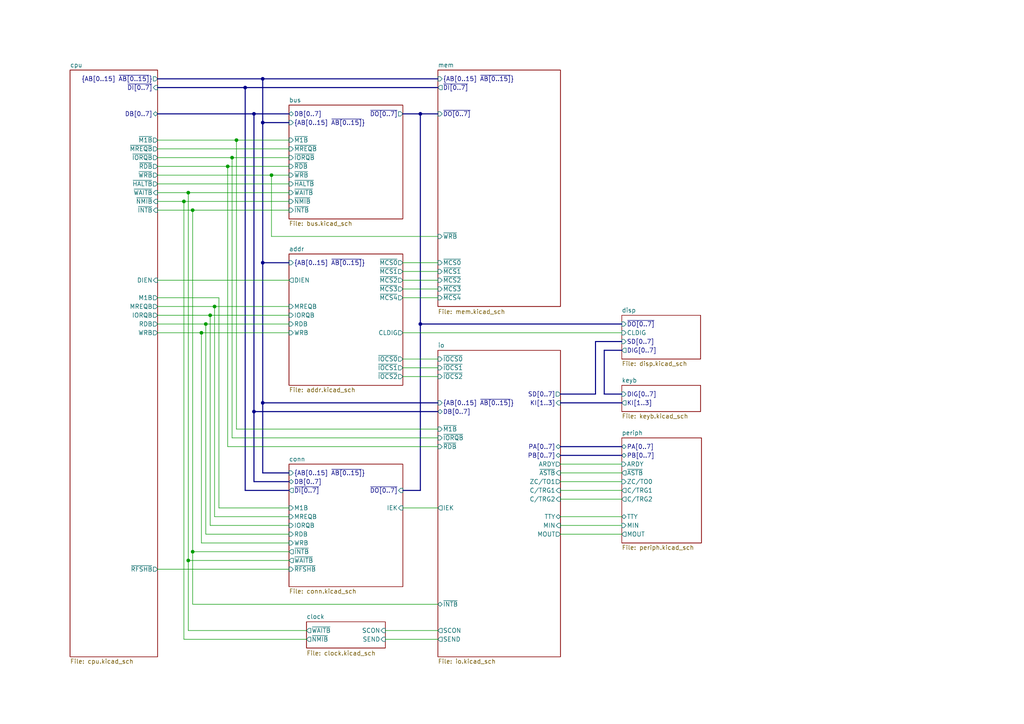
<source format=kicad_sch>
(kicad_sch (version 20230121) (generator eeschema)
  (paper "A4")
  (lib_symbols)
  (junction (at 54.61 162.56))
  (junction (at 60.96 91.44))
  (junction (at 62.23 88.9))
  (junction (at 55.88 160.02))
  (junction (at 73.66 33.02))
  (junction (at 53.34 58.42))
  (junction (at 54.61 55.88))
  (junction (at 66.04 48.26))
  (junction (at 121.92 93.98))
  (junction (at 78.74 50.8))
  (junction (at 76.2 35.56))
  (junction (at 73.66 119.38))
  (junction (at 71.12 25.4))
  (junction (at 76.2 76.2))
  (junction (at 76.2 22.86))
  (junction (at 76.2 116.84))
  (junction (at 67.31 45.72))
  (junction (at 59.69 93.98))
  (junction (at 68.58 40.64))
  (junction (at 55.88 60.96))
  (junction (at 121.92 33.02))
  (junction (at 58.42 96.52))
  (wire (pts (xy 45.72 86.36) (xy 63.5 86.36)))
  (bus (pts (xy 76.2 35.56) (xy 83.82 35.56)))
  (wire (pts (xy 67.31 45.72) (xy 83.82 45.72)))
  (wire (pts (xy 58.42 96.52) (xy 83.82 96.52)))
  (bus (pts (xy 76.2 76.2) (xy 76.2 116.84)))
  (wire (pts (xy 45.72 40.64) (xy 68.58 40.64)))
  (bus (pts (xy 73.66 139.7) (xy 83.82 139.7)))
  (wire (pts (xy 60.96 152.4) (xy 83.82 152.4)))
  (wire (pts (xy 45.72 58.42) (xy 53.34 58.42)))
  (wire (pts (xy 55.88 160.02) (xy 55.88 175.26)))
  (wire (pts (xy 59.69 93.98) (xy 83.82 93.98)))
  (bus (pts (xy 180.34 101.6) (xy 175.26 101.6)))
  (bus (pts (xy 73.66 33.02) (xy 83.82 33.02)))
  (bus (pts (xy 121.92 33.02) (xy 121.92 93.98)))
  (bus (pts (xy 76.2 22.86) (xy 76.2 35.56)))
  (wire (pts (xy 60.96 91.44) (xy 60.96 152.4)))
  (wire (pts (xy 116.84 109.22) (xy 127 109.22)))
  (wire (pts (xy 68.58 40.64) (xy 83.82 40.64)))
  (wire (pts (xy 162.56 144.78) (xy 180.34 144.78)))
  (bus (pts (xy 162.56 129.54) (xy 180.34 129.54)))
  (wire (pts (xy 78.74 50.8) (xy 78.74 68.58)))
  (wire (pts (xy 45.72 55.88) (xy 54.61 55.88)))
  (wire (pts (xy 45.72 60.96) (xy 55.88 60.96)))
  (wire (pts (xy 60.96 91.44) (xy 83.82 91.44)))
  (bus (pts (xy 162.56 132.08) (xy 180.34 132.08)))
  (wire (pts (xy 45.72 50.8) (xy 78.74 50.8)))
  (wire (pts (xy 53.34 58.42) (xy 53.34 185.42)))
  (wire (pts (xy 45.72 91.44) (xy 60.96 91.44)))
  (wire (pts (xy 162.56 137.16) (xy 180.34 137.16)))
  (wire (pts (xy 45.72 81.28) (xy 83.82 81.28)))
  (wire (pts (xy 62.23 88.9) (xy 62.23 149.86)))
  (wire (pts (xy 116.84 147.32) (xy 127 147.32)))
  (wire (pts (xy 45.72 43.18) (xy 83.82 43.18)))
  (wire (pts (xy 55.88 175.26) (xy 127 175.26)))
  (wire (pts (xy 59.69 93.98) (xy 59.69 154.94)))
  (bus (pts (xy 45.72 25.4) (xy 71.12 25.4)))
  (bus (pts (xy 76.2 116.84) (xy 127 116.84)))
  (wire (pts (xy 162.56 149.86) (xy 180.34 149.86)))
  (wire (pts (xy 116.84 86.36) (xy 127 86.36)))
  (bus (pts (xy 116.84 33.02) (xy 121.92 33.02)))
  (wire (pts (xy 58.42 157.48) (xy 83.82 157.48)))
  (wire (pts (xy 53.34 185.42) (xy 88.9 185.42)))
  (wire (pts (xy 116.84 83.82) (xy 127 83.82)))
  (wire (pts (xy 66.04 129.54) (xy 66.04 48.26)))
  (wire (pts (xy 58.42 96.52) (xy 58.42 157.48)))
  (bus (pts (xy 76.2 22.86) (xy 127 22.86)))
  (wire (pts (xy 55.88 60.96) (xy 83.82 60.96)))
  (wire (pts (xy 54.61 162.56) (xy 83.82 162.56)))
  (bus (pts (xy 71.12 25.4) (xy 71.12 142.24)))
  (wire (pts (xy 116.84 76.2) (xy 127 76.2)))
  (wire (pts (xy 162.56 139.7) (xy 180.34 139.7)))
  (wire (pts (xy 62.23 88.9) (xy 83.82 88.9)))
  (bus (pts (xy 175.26 114.3) (xy 180.34 114.3)))
  (wire (pts (xy 45.72 53.34) (xy 83.82 53.34)))
  (bus (pts (xy 73.66 33.02) (xy 73.66 119.38)))
  (bus (pts (xy 73.66 119.38) (xy 73.66 139.7)))
  (wire (pts (xy 83.82 160.02) (xy 55.88 160.02)))
  (wire (pts (xy 67.31 127) (xy 67.31 45.72)))
  (wire (pts (xy 116.84 96.52) (xy 180.34 96.52)))
  (wire (pts (xy 162.56 142.24) (xy 180.34 142.24)))
  (bus (pts (xy 172.72 99.06) (xy 180.34 99.06)))
  (wire (pts (xy 45.72 45.72) (xy 67.31 45.72)))
  (wire (pts (xy 53.34 58.42) (xy 83.82 58.42)))
  (wire (pts (xy 63.5 86.36) (xy 63.5 147.32)))
  (bus (pts (xy 116.84 142.24) (xy 121.92 142.24)))
  (bus (pts (xy 45.72 22.86) (xy 76.2 22.86)))
  (bus (pts (xy 45.72 33.02) (xy 73.66 33.02)))
  (wire (pts (xy 45.72 165.1) (xy 83.82 165.1)))
  (wire (pts (xy 111.76 182.88) (xy 127 182.88)))
  (bus (pts (xy 121.92 142.24) (xy 121.92 93.98)))
  (wire (pts (xy 111.76 185.42) (xy 127 185.42)))
  (wire (pts (xy 116.84 78.74) (xy 127 78.74)))
  (bus (pts (xy 121.92 93.98) (xy 180.34 93.98)))
  (bus (pts (xy 76.2 35.56) (xy 76.2 76.2)))
  (wire (pts (xy 127 127) (xy 67.31 127)))
  (wire (pts (xy 162.56 134.62) (xy 180.34 134.62)))
  (wire (pts (xy 59.69 154.94) (xy 83.82 154.94)))
  (wire (pts (xy 68.58 124.46) (xy 68.58 40.64)))
  (bus (pts (xy 71.12 142.24) (xy 83.82 142.24)))
  (bus (pts (xy 162.56 116.84) (xy 180.34 116.84)))
  (wire (pts (xy 45.72 88.9) (xy 62.23 88.9)))
  (bus (pts (xy 76.2 76.2) (xy 83.82 76.2)))
  (wire (pts (xy 45.72 48.26) (xy 66.04 48.26)))
  (wire (pts (xy 78.74 50.8) (xy 83.82 50.8)))
  (wire (pts (xy 45.72 93.98) (xy 59.69 93.98)))
  (wire (pts (xy 45.72 96.52) (xy 58.42 96.52)))
  (bus (pts (xy 76.2 137.16) (xy 83.82 137.16)))
  (wire (pts (xy 62.23 149.86) (xy 83.82 149.86)))
  (bus (pts (xy 121.92 33.02) (xy 127 33.02)))
  (bus (pts (xy 175.26 101.6) (xy 175.26 114.3)))
  (bus (pts (xy 71.12 25.4) (xy 127 25.4)))
  (wire (pts (xy 54.61 55.88) (xy 54.61 162.56)))
  (wire (pts (xy 127 129.54) (xy 66.04 129.54)))
  (bus (pts (xy 162.56 114.3) (xy 172.72 114.3)))
  (wire (pts (xy 54.61 182.88) (xy 88.9 182.88)))
  (bus (pts (xy 76.2 116.84) (xy 76.2 137.16)))
  (wire (pts (xy 66.04 48.26) (xy 83.82 48.26)))
  (wire (pts (xy 116.84 81.28) (xy 127 81.28)))
  (wire (pts (xy 116.84 106.68) (xy 127 106.68)))
  (wire (pts (xy 54.61 182.88) (xy 54.61 162.56)))
  (wire (pts (xy 54.61 55.88) (xy 83.82 55.88)))
  (wire (pts (xy 63.5 147.32) (xy 83.82 147.32)))
  (wire (pts (xy 78.74 68.58) (xy 127 68.58)))
  (wire (pts (xy 55.88 60.96) (xy 55.88 160.02)))
  (wire (pts (xy 162.56 154.94) (xy 180.34 154.94)))
  (wire (pts (xy 162.56 152.4) (xy 180.34 152.4)))
  (bus (pts (xy 172.72 114.3) (xy 172.72 99.06)))
  (wire (pts (xy 116.84 104.14) (xy 127 104.14)))
  (bus (pts (xy 73.66 119.38) (xy 127 119.38)))
  (wire (pts (xy 127 124.46) (xy 68.58 124.46)))
  (sheet (at 127 20.32) (size 35.56 68.58) (stroke (width 0.1524))
    (property "Sheetname" "mem" (at 127 19.6084 0) (effects (justify left bottom)))
    (property "Sheetfile" "mem.kicad_sch" (at 127 89.662 0) (effects (justify left top)))
    (pin "~{MCS2}" input (at 127 81.28 180))
    (pin "~{MCS1}" input (at 127 78.74 180))
    (pin "~{MCS0}" input (at 127 76.2 180))
    (pin "{AB[0..15] ~{AB[0..15]}}" input (at 127 22.86 180))
    (pin "~{MCS3}" input (at 127 83.82 180))
    (pin "~{WRB}" input (at 127 68.58 180))
    (pin "~{MCS4}" input (at 127 86.36 180))
    (pin "~{DO[0..7]}" input (at 127 33.02 180))
    (pin "~{DI[0..7]}" output (at 127 25.4 180))
  )
  (sheet (at 83.82 134.62) (size 33.02 35.56) (stroke (width 0.1524))
    (property "Sheetname" "conn" (at 83.82 133.9084 0) (effects (justify left bottom)))
    (property "Sheetfile" "conn.kicad_sch" (at 83.82 170.7646 0) (effects (justify left top)))
    (pin "~{INTB}" output (at 83.82 160.02 180))
    (pin "MREQB" input (at 83.82 149.86 180))
    (pin "IORQB" input (at 83.82 152.4 180))
    (pin "~{RFSHB}" input (at 83.82 165.1 180))
    (pin "~{DO[0..7]}" input (at 116.84 142.24 0))
    (pin "{AB[0..15] ~{AB[0..15]}}" input (at 83.82 137.16 180))
    (pin "~{DI[0..7]}" output (at 83.82 142.24 180))
    (pin "DB[0..7]" bidirectional (at 83.82 139.7 180))
    (pin "~{WAITB}" output (at 83.82 162.56 180))
    (pin "IEK" input (at 116.84 147.32 0))
    (pin "RDB" input (at 83.82 154.94 180))
    (pin "WRB" input (at 83.82 157.48 180))
    (pin "M1B" input (at 83.82 147.32 180))
  )
  (sheet (at 180.34 111.76) (size 22.86 7.62) (stroke (width 0.1524))
    (property "Sheetname" "keyb" (at 180.34 111.0484 0) (effects (justify left bottom)))
    (property "Sheetfile" "keyb.kicad_sch" (at 180.34 119.9646 0) (effects (justify left top)))
    (pin "KI[1..3]" output (at 180.34 116.84 180))
    (pin "DIG[0..7]" input (at 180.34 114.3 180))
  )
  (sheet (at 20.32 20.32) (size 25.4 170.18) (stroke (width 0.1524))
    (property "Sheetname" "cpu" (at 20.32 19.6084 0) (effects (justify left bottom)))
    (property "Sheetfile" "cpu.kicad_sch" (at 20.32 191.0846 0) (effects (justify left top)))
    (pin "~{INTB}" input (at 45.72 60.96 0))
    (pin "~{WAITB}" input (at 45.72 55.88 0))
    (pin "~{NMIB}" input (at 45.72 58.42 0))
    (pin "~{RFSHB}" output (at 45.72 165.1 0))
    (pin "MREQB" output (at 45.72 88.9 0))
    (pin "~{IORQB}" output (at 45.72 45.72 0))
    (pin "IORQB" output (at 45.72 91.44 0))
    (pin "RDB" output (at 45.72 93.98 0))
    (pin "~{RDB}" output (at 45.72 48.26 0))
    (pin "~{WRB}" output (at 45.72 50.8 0))
    (pin "~{HALTB}" output (at 45.72 53.34 0))
    (pin "WRB" output (at 45.72 96.52 0))
    (pin "{AB[0..15] ~{AB[0..15]}}" output (at 45.72 22.86 0))
    (pin "~{MREQB}" output (at 45.72 43.18 0))
    (pin "M1B" output (at 45.72 86.36 0))
    (pin "~{M1B}" output (at 45.72 40.64 0))
    (pin "~{DI[0..7]}" input (at 45.72 25.4 0))
    (pin "DIEN" input (at 45.72 81.28 0))
    (pin "DB[0..7]" bidirectional (at 45.72 33.02 0))
  )
  (sheet (at 83.82 30.48) (size 33.02 33.02) (stroke (width 0.1524))
    (property "Sheetname" "bus" (at 83.82 29.7684 0) (effects (justify left bottom)))
    (property "Sheetfile" "bus.kicad_sch" (at 83.82 64.0846 0) (effects (justify left top)))
    (pin "~{INTB}" input (at 83.82 60.96 180))
    (pin "~{HALTB}" input (at 83.82 53.34 180))
    (pin "~{WAITB}" input (at 83.82 55.88 180))
    (pin "~{NMIB}" input (at 83.82 58.42 180))
    (pin "{AB[0..15] ~{AB[0..15]}}" input (at 83.82 35.56 180))
    (pin "DB[0..7]" bidirectional (at 83.82 33.02 180))
    (pin "~{M1B}" input (at 83.82 40.64 180))
    (pin "~{IORQB}" input (at 83.82 45.72 180))
    (pin "~{MREQB}" input (at 83.82 43.18 180))
    (pin "~{WRB}" input (at 83.82 50.8 180))
    (pin "~{RDB}" input (at 83.82 48.26 180))
    (pin "~{DO[0..7]}" output (at 116.84 33.02 0))
  )
  (sheet (at 83.82 73.66) (size 33.02 38.1) (stroke (width 0.1524))
    (property "Sheetname" "addr" (at 83.82 72.9484 0) (effects (justify left bottom)))
    (property "Sheetfile" "addr.kicad_sch" (at 83.82 112.3446 0) (effects (justify left top)))
    (pin "{AB[0..15] ~{AB[0..15]}}" input (at 83.82 76.2 180))
    (pin "RDB" input (at 83.82 93.98 180))
    (pin "MREQB" input (at 83.82 88.9 180))
    (pin "DIEN" output (at 83.82 81.28 180))
    (pin "CLDIG" output (at 116.84 96.52 0))
    (pin "IORQB" input (at 83.82 91.44 180))
    (pin "WRB" input (at 83.82 96.52 180))
    (pin "~{IOCS2}" output (at 116.84 109.22 0))
    (pin "~{IOCS1}" output (at 116.84 106.68 0))
    (pin "~{IOCS0}" output (at 116.84 104.14 0))
    (pin "~{MCS0}" output (at 116.84 76.2 0))
    (pin "~{MCS1}" output (at 116.84 78.74 0))
    (pin "~{MCS2}" output (at 116.84 81.28 0))
    (pin "~{MCS3}" output (at 116.84 83.82 0))
    (pin "~{MCS4}" output (at 116.84 86.36 0))
  )
  (sheet (at 88.9 180.34) (size 22.86 7.62) (stroke (width 0.1524))
    (property "Sheetname" "clock" (at 88.9 179.578 0) (effects (justify left bottom)))
    (property "Sheetfile" "clock.kicad_sch" (at 88.9 188.722 0) (effects (justify left top)))
    (pin "~{WAITB}" output (at 88.9 182.88 180))
    (pin "~{NMIB}" output (at 88.9 185.42 180))
    (pin "SCON" input (at 111.76 182.88 0))
    (pin "SEND" input (at 111.76 185.42 0))
  )
  (sheet (at 180.34 91.44) (size 22.86 12.7) (stroke (width 0.1524))
    (property "Sheetname" "disp" (at 180.34 90.7284 0) (effects (justify left bottom)))
    (property "Sheetfile" "disp.kicad_sch" (at 180.34 104.7246 0) (effects (justify left top)))
    (pin "~{DO[0..7]}" input (at 180.34 93.98 180))
    (pin "CLDIG" input (at 180.34 96.52 180))
    (pin "DIG[0..7]" output (at 180.34 101.6 180))
    (pin "SD[0..7]" input (at 180.34 99.06 180))
  )
  (sheet (at 127 101.6) (size 35.56 88.9) (stroke (width 0.1524))
    (property "Sheetname" "io" (at 127 100.8884 0) (effects (justify left bottom)))
    (property "Sheetfile" "io.kicad_sch" (at 127 191.0846 0) (effects (justify left top)))
    (pin "DB[0..7]" bidirectional (at 127 119.38 180))
    (pin "{AB[0..15] ~{AB[0..15]}}" input (at 127 116.84 180))
    (pin "~{M1B}" input (at 127 124.46 180))
    (pin "~{IORQB}" input (at 127 127 180))
    (pin "~{RDB}" input (at 127 129.54 180))
    (pin "~{IOCS0}" input (at 127 104.14 180))
    (pin "SCON" output (at 127 182.88 180))
    (pin "TTY" bidirectional (at 162.56 149.86 0))
    (pin "MOUT" output (at 162.56 154.94 0))
    (pin "MIN" input (at 162.56 152.4 0))
    (pin "SD[0..7]" output (at 162.56 114.3 0))
    (pin "KI[1..3]" input (at 162.56 116.84 0))
    (pin "ARDY" output (at 162.56 134.62 0))
    (pin "~{IOCS1}" input (at 127 106.68 180))
    (pin "~{IOCS2}" input (at 127 109.22 180))
    (pin "SEND" output (at 127 185.42 180))
    (pin "ZC{slash}TO1" output (at 162.56 139.7 0))
    (pin "IEK" output (at 127 147.32 180))
    (pin "C{slash}TRG1" input (at 162.56 142.24 0))
    (pin "C{slash}TRG2" input (at 162.56 144.78 0))
    (pin "~{INTB}" tri_state (at 127 175.26 180))
    (pin "~{ASTB}" input (at 162.56 137.16 0))
    (pin "PA[0..7]" bidirectional (at 162.56 129.54 0))
    (pin "PB[0..7]" bidirectional (at 162.56 132.08 0))
  )
  (sheet (at 180.34 127) (size 23.114 30.48) (stroke (width 0.1524))
    (property "Sheetname" "periph" (at 180.34 126.2884 0) (effects (justify left bottom)))
    (property "Sheetfile" "periph.kicad_sch" (at 180.34 158.0646 0) (effects (justify left top)))
    (pin "MOUT" output (at 180.34 154.94 180))
    (pin "MIN" input (at 180.34 152.4 180))
    (pin "TTY" bidirectional (at 180.34 149.86 180))
    (pin "ZC{slash}TO0" input (at 180.34 139.7 180))
    (pin "C{slash}TRG1" output (at 180.34 142.24 180))
    (pin "~{ASTB}" output (at 180.34 137.16 180))
    (pin "ARDY" input (at 180.34 134.62 180))
    (pin "C{slash}TRG2" output (at 180.34 144.78 180))
    (pin "PB[0..7]" bidirectional (at 180.34 132.08 180))
    (pin "PA[0..7]" bidirectional (at 180.34 129.54 180))
  )
)
</source>
